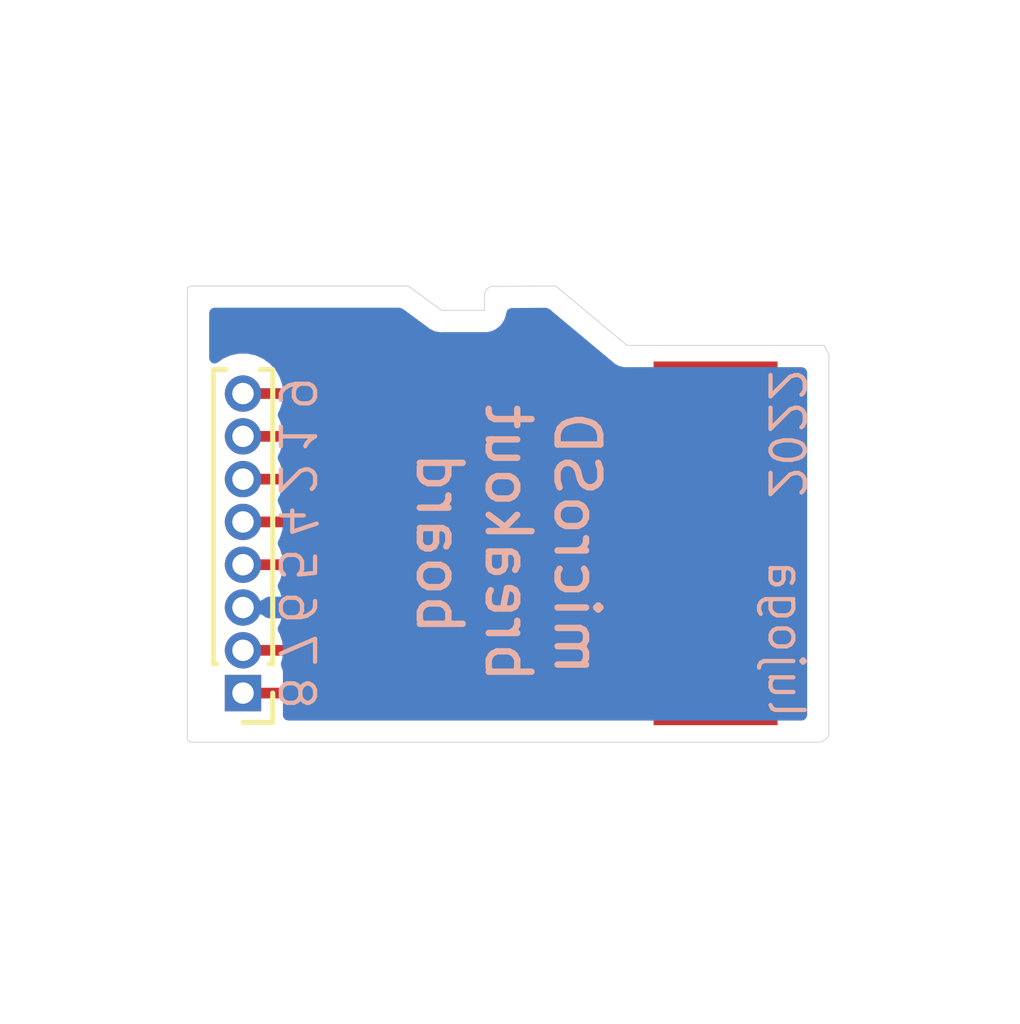
<source format=kicad_pcb>
(kicad_pcb (version 20211014) (generator pcbnew)
  (layers (0 "F.Cu" signal) (31 "B.Cu" signal) (36 "B.SilkS" user "B.Silkscreen") (37 "F.SilkS" user "F.Silkscreen") (38 "B.Mask" user) (39 "F.Mask" user) (44 "Edge.Cuts" user))
  (net 0 "")
  (net 1 "Net-(J1-Pad1)")
  (net 2 "Net-(J1-Pad2)")
  (net 3 "Net-(J1-Pad3)")
  (net 4 "Net-(J1-Pad4)")
  (net 5 "Net-(J1-Pad5)")
  (net 6 "Net-(J1-Pad6)")
  (net 7 "Net-(J1-Pad7)")
  (net 8 "Net-(J1-Pad8)")
  (footprint "kikit:Tab" (layer "F.Cu") (at 144.6 105.25 90)
    (fp_text reference "REF**" hide)
    (fp_text value "Tab")
  )
  (footprint "kikit:Tab" (layer "F.Cu") (at 144.6 94 -90)
    (fp_text reference "REF**" hide)
    (fp_text value "Tab")
  )
  (footprint "kikit:Tab" (layer "F.Cu") (at 154.5 105.25 90)
    (fp_text reference "REF**" hide)
    (fp_text value "Tab")
  )
  (footprint "microsd-breakout:microSD" (layer "F.Cu") (at 142 105)
    (fp_text reference "SD1" hide)
    (fp_text value "Micro_SD_Card")
    (fp_line (start 0.013718 -10.639738) (end 0 -10.53979) (layer "Edge.Cuts") (width 0.02))
    (fp_line (start 0.103867 0) (end 14.774637 0) (layer "Edge.Cuts") (width 0.02))
    (fp_line (start 15.000009 -9.054291) (end 14.888303 -9.275744) (layer "Edge.Cuts") (width 0.02))
    (fp_line (start 5.16593 -10.665214) (end 0.092109 -10.665214) (layer "Edge.Cuts") (width 0.02))
    (fp_line (start 5.943955 -10.094924) (end 5.16593 -10.665214) (layer "Edge.Cuts") (width 0.02))
    (fp_line (start 10.276986 -9.275744) (end 8.611189 -10.665214) (layer "Edge.Cuts") (width 0.02))
    (fp_line (start 6.945392 -10.484916) (end 6.945392 -10.094924) (layer "Edge.Cuts") (width 0.02))
    (fp_line (start 15.000009 -0.151098) (end 15.000009 -9.054291) (layer "Edge.Cuts") (width 0.02))
    (fp_line (start 14.888303 -9.275744) (end 10.276986 -9.275744) (layer "Edge.Cuts") (width 0.02))
    (fp_line (start 0.052914 -0.011955) (end 0.103867 0) (layer "Edge.Cuts") (width 0.02))
    (fp_line (start 0 -0.078587) (end 0.052914 -0.011955) (layer "Edge.Cuts") (width 0.02))
    (fp_line (start 14.919659 -0.059186) (end 15.000009 -0.151098) (layer "Edge.Cuts") (width 0.02))
    (fp_line (start 6.945392 -10.094924) (end 5.943955 -10.094924) (layer "Edge.Cuts") (width 0.02))
    (fp_line (start 7.000266 -10.596623) (end 6.945392 -10.484916) (layer "Edge.Cuts") (width 0.02))
    (fp_line (start 7.094334 -10.653456) (end 7.000266 -10.596623) (layer "Edge.Cuts") (width 0.02))
    (fp_line (start 0 -10.53979) (end 0 -0.078587) (layer "Edge.Cuts") (width 0.02))
    (fp_line (start 14.774637 0) (end 14.919659 -0.059186) (layer "Edge.Cuts") (width 0.02))
    (fp_line (start 8.611189 -10.665214) (end 7.094334 -10.653456) (layer "Edge.Cuts") (width 0.02))
    (fp_line (start 0.092109 -10.665214) (end 0.013718 -10.639738) (layer "Edge.Cuts") (width 0.02))
    (pad "1" connect rect (at 12.35 -7.4) (size 2.9 0.8) (layers "F.Cu" "F.Mask") (net 7 "Net-(J1-Pad7)"))
    (pad "2" connect rect (at 12.35 -6.3) (size 2.9 0.8) (layers "F.Cu" "F.Mask") (net 6 "Net-(J1-Pad6)"))
    (pad "4" connect rect (at 12.5 -5.2) (size 3.2 0.8) (layers "F.Cu" "F.Mask") (net 5 "Net-(J1-Pad5)"))
    (pad "5" connect rect (at 12.35 -4.1) (size 2.9 0.8) (layers "F.Cu" "F.Mask") (net 4 "Net-(J1-Pad4)"))
    (pad "6" connect rect (at 12.5 -3) (size 3.2 0.8) (layers "F.Cu" "F.Mask") (net 3 "Net-(J1-Pad3)"))
    (pad "7" connect rect (at 12.35 -1.9) (size 2.9 0.8) (layers "F.Cu" "F.Mask") (net 2 "Net-(J1-Pad2)"))
    (pad "8" connect rect (at 12.35 -0.8) (size 2.9 0.8) (layers "F.Cu" "F.Mask") (net 1 "Net-(J1-Pad1)"))
    (pad "9" connect rect (at 12.35 -8.5) (size 2.9 0.8) (layers "F.Cu" "F.Mask") (net 8 "Net-(J1-Pad8)"))
  )
  (footprint "Connector_PinHeader_1.00mm:PinHeader_1x08_P1.00mm_Vertical" (layer "F.Cu") (at 143.3 103.85 180)
    (fp_text reference "J1" hide)
    (fp_text value "Conn_01x08")
    (fp_line (start -0.695 0.685) (end -0.608276 0.685) (layer "F.SilkS") (width 0.12))
    (fp_line (start 0.608276 0.685) (end 0.695 0.685) (layer "F.SilkS") (width 0.12))
    (fp_line (start -0.695 0.685) (end -0.695 7.56) (layer "F.SilkS") (width 0.12))
    (fp_line (start 0.394493 7.56) (end 0.695 7.56) (layer "F.SilkS") (width 0.12))
    (fp_line (start -0.695 7.56) (end -0.394493 7.56) (layer "F.SilkS") (width 0.12))
    (fp_line (start 0.695 0.685) (end 0.695 7.56) (layer "F.SilkS") (width 0.12))
    (fp_line (start -0.695 -0.685) (end 0 -0.685) (layer "F.SilkS") (width 0.12))
    (fp_line (start -0.695 0) (end -0.695 -0.685) (layer "F.SilkS") (width 0.12))
    (pad "1" thru_hole rect (at 0 0 180) (size 0.85 0.85) (drill 0.5) (layers *.Cu *.Mask) (net 1 "Net-(J1-Pad1)"))
    (pad "2" thru_hole oval (at 0 1 180) (size 0.85 0.85) (drill 0.5) (layers *.Cu *.Mask) (net 2 "Net-(J1-Pad2)"))
    (pad "3" thru_hole oval (at 0 2 180) (size 0.85 0.85) (drill 0.5) (layers *.Cu *.Mask) (net 3 "Net-(J1-Pad3)"))
    (pad "4" thru_hole oval (at 0 3 180) (size 0.85 0.85) (drill 0.5) (layers *.Cu *.Mask) (net 4 "Net-(J1-Pad4)"))
    (pad "5" thru_hole oval (at 0 4 180) (size 0.85 0.85) (drill 0.5) (layers *.Cu *.Mask) (net 5 "Net-(J1-Pad5)"))
    (pad "6" thru_hole oval (at 0 5 180) (size 0.85 0.85) (drill 0.5) (layers *.Cu *.Mask) (net 6 "Net-(J1-Pad6)"))
    (pad "7" thru_hole oval (at 0 6 180) (size 0.85 0.85) (drill 0.5) (layers *.Cu *.Mask) (net 7 "Net-(J1-Pad7)"))
    (pad "8" thru_hole oval (at 0 7 180) (size 0.85 0.85) (drill 0.5) (layers *.Cu *.Mask) (net 8 "Net-(J1-Pad8)"))
  )
  (footprint "kikit:Tab" (layer "F.Cu") (at 154.5 95.5 -90)
    (fp_text reference "REF**" hide)
    (fp_text value "Tab")
  )
  (gr_text "4" (at 144.55 99.85 -90) (layer "B.SilkS") (effects (font (size 0.8 0.8) (thickness 0.1)) (justify mirror)))
  (gr_text "6" (at 144.55 101.85 -90) (layer "B.SilkS") (effects (font (size 0.8 0.8) (thickness 0.1)) (justify mirror)))
  (gr_text "5" (at 144.55 100.85 -90) (layer "B.SilkS") (effects (font (size 0.8 0.8) (thickness 0.1)) (justify mirror)))
  (gr_text "9" (at 144.55 96.85 -90) (layer "B.SilkS") (effects (font (size 0.8 0.8) (thickness 0.1)) (justify mirror)))
  (gr_text "lujoga" (at 156 104.5 -90) (layer "B.SilkS") (effects (font (size 0.8 0.8) (thickness 0.1)) (justify left mirror)))
  (gr_text "8" (at 144.55 103.85 -90) (layer "B.SilkS") (effects (font (size 0.8 0.8) (thickness 0.1)) (justify mirror)))
  (gr_text "2022" (at 156 96.2 -90) (layer "B.SilkS") (effects (font (size 0.8 0.8) (thickness 0.1)) (justify right mirror)))
  (gr_text "2" (at 144.55 98.85 -90) (layer "B.SilkS") (effects (font (size 0.8 0.8) (thickness 0.1)) (justify mirror)))
  (gr_text "1" (at 144.55 97.85 -90) (layer "B.SilkS") (effects (font (size 0.8 0.8) (thickness 0.1)) (justify mirror)))
  (gr_text "microSD\nbreakout\nboard" (at 149.5 100.35 -90) (layer "B.SilkS") (effects (font (size 1 1)) (justify mirror)))
  (gr_text "7" (at 144.55 102.85 -90) (layer "B.SilkS") (effects (font (size 0.8 0.8) (thickness 0.1)) (justify mirror)))
  (segment (start 152.35 104.2) (end 154.35 104.2) (width 0.25) (layer "F.Cu") (net 1))
  (segment (start 143.3 103.85) (end 152 103.85) (width 0.25) (layer "F.Cu") (net 1))
  (segment (start 152 103.85) (end 152.35 104.2) (width 0.25) (layer "F.Cu") (net 1))
  (segment (start 152 102.85) (end 152.25 103.1) (width 0.25) (layer "F.Cu") (net 2))
  (segment (start 152.25 103.1) (end 154.35 103.1) (width 0.25) (layer "F.Cu") (net 2))
  (segment (start 143.3 102.85) (end 152 102.85) (width 0.25) (layer "F.Cu") (net 2))
  (segment (start 143.3 101.85) (end 152 101.85) (width 0.25) (layer "F.Cu") (net 3))
  (segment (start 152 101.85) (end 152.15 102) (width 0.25) (layer "F.Cu") (net 3))
  (segment (start 152.15 102) (end 154.5 102) (width 0.25) (layer "F.Cu") (net 3))
  (segment (start 152.05 100.9) (end 154.35 100.9) (width 0.25) (layer "F.Cu") (net 4))
  (segment (start 152 100.85) (end 152.05 100.9) (width 0.25) (layer "F.Cu") (net 4))
  (segment (start 143.3 100.85) (end 152 100.85) (width 0.25) (layer "F.Cu") (net 4))
  (segment (start 152 99.85) (end 152.05 99.8) (width 0.25) (layer "F.Cu") (net 5))
  (segment (start 152.05 99.8) (end 154.5 99.8) (width 0.25) (layer "F.Cu") (net 5))
  (segment (start 143.3 99.85) (end 152 99.85) (width 0.25) (layer "F.Cu") (net 5))
  (segment (start 143.3 98.85) (end 152 98.85) (width 0.25) (layer "F.Cu") (net 6))
  (segment (start 152 98.85) (end 152.15 98.7) (width 0.25) (layer "F.Cu") (net 6))
  (segment (start 152.15 98.7) (end 154.35 98.7) (width 0.25) (layer "F.Cu") (net 6))
  (segment (start 152 97.85) (end 152.25 97.6) (width 0.25) (layer "F.Cu") (net 7))
  (segment (start 143.3 97.85) (end 152 97.85) (width 0.25) (layer "F.Cu") (net 7))
  (segment (start 152.25 97.6) (end 154.35 97.6) (width 0.25) (layer "F.Cu") (net 7))
  (segment (start 143.3 96.85) (end 152 96.85) (width 0.25) (layer "F.Cu") (net 8))
  (segment (start 152.35 96.5) (end 154.35 96.5) (width 0.25) (layer "F.Cu") (net 8))
  (segment (start 152 96.85) (end 152.35 96.5) (width 0.25) (layer "F.Cu") (net 8))
  (zone (net 3) (net_name "Net-(J1-Pad3)") (layer "B.Cu") (connect_pads (clearance 0.508)) (min_thickness 0.254) (fill yes (thermal_gap 0.508) (thermal_bridge_width 0.508))
    (polygon (pts (xy 147.95 94.9) (xy 148.95 94.9) (xy 148.95 94.3) (xy 150.6 94.3) (xy 152.25 95.7) (xy 157 95.7) (xy 157 105) (xy 142 105) (xy 142 94.3) (xy 147.15 94.3)))
  )
)
</source>
